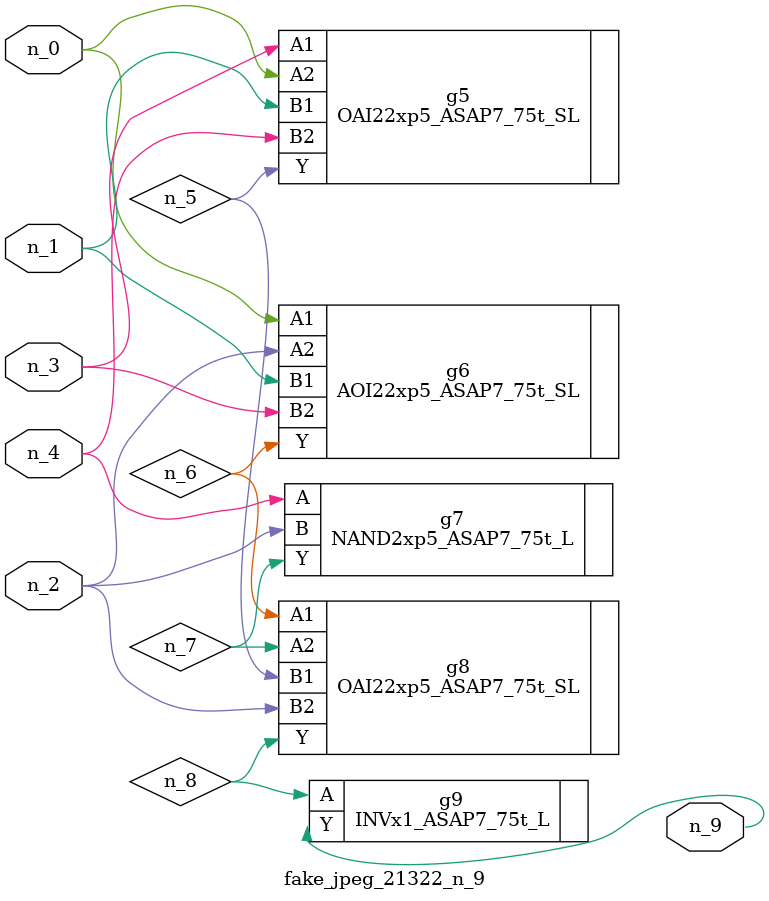
<source format=v>
module fake_jpeg_21322_n_9 (n_3, n_2, n_1, n_0, n_4, n_9);

input n_3;
input n_2;
input n_1;
input n_0;
input n_4;

output n_9;

wire n_8;
wire n_6;
wire n_5;
wire n_7;

OAI22xp5_ASAP7_75t_SL g5 ( 
.A1(n_3),
.A2(n_0),
.B1(n_1),
.B2(n_4),
.Y(n_5)
);

AOI22xp5_ASAP7_75t_SL g6 ( 
.A1(n_0),
.A2(n_2),
.B1(n_1),
.B2(n_3),
.Y(n_6)
);

NAND2xp5_ASAP7_75t_L g7 ( 
.A(n_4),
.B(n_2),
.Y(n_7)
);

OAI22xp5_ASAP7_75t_SL g8 ( 
.A1(n_6),
.A2(n_7),
.B1(n_5),
.B2(n_2),
.Y(n_8)
);

INVx1_ASAP7_75t_L g9 ( 
.A(n_8),
.Y(n_9)
);


endmodule
</source>
